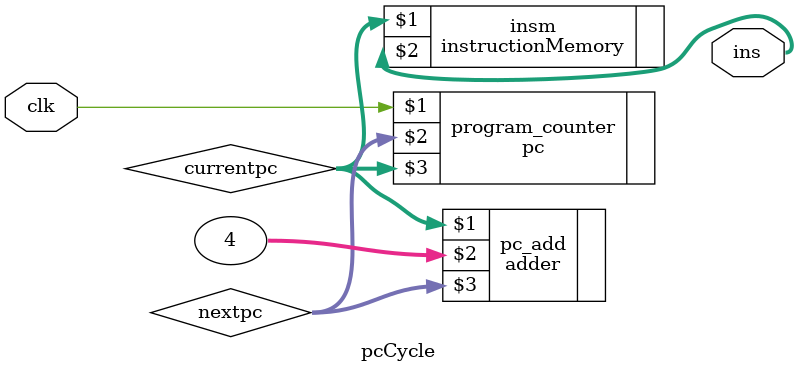
<source format=v>
module pcCycle (
    input clk,
    output reg [31:0] ins
);
    wire [31:0] nextpc, currentpc;

    pc program_counter(clk, nextpc, currentpc);
    instructionMemory insm(currentpc, ins);
    adder pc_add(currentpc, 4, nextpc);

endmodule
</source>
